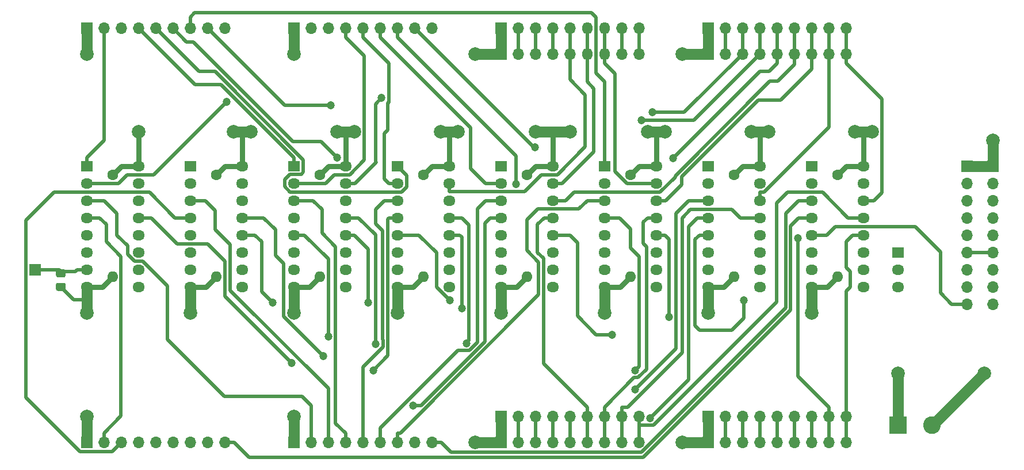
<source format=gbr>
%TF.GenerationSoftware,KiCad,Pcbnew,(5.1.8)-1*%
%TF.CreationDate,2022-11-23T21:50:43+03:00*%
%TF.ProjectId,MUX8x1-v3,4d555838-7831-42d7-9633-2e6b69636164,rev?*%
%TF.SameCoordinates,Original*%
%TF.FileFunction,Copper,L4,Bot*%
%TF.FilePolarity,Positive*%
%FSLAX46Y46*%
G04 Gerber Fmt 4.6, Leading zero omitted, Abs format (unit mm)*
G04 Created by KiCad (PCBNEW (5.1.8)-1) date 2022-11-23 21:50:43*
%MOMM*%
%LPD*%
G01*
G04 APERTURE LIST*
%TA.AperFunction,ComponentPad*%
%ADD10O,1.700000X1.700000*%
%TD*%
%TA.AperFunction,ComponentPad*%
%ADD11R,1.700000X1.700000*%
%TD*%
%TA.AperFunction,ComponentPad*%
%ADD12O,1.500000X1.800000*%
%TD*%
%TA.AperFunction,ComponentPad*%
%ADD13O,1.600000X1.600000*%
%TD*%
%TA.AperFunction,ComponentPad*%
%ADD14C,1.600000*%
%TD*%
%TA.AperFunction,ComponentPad*%
%ADD15O,1.800000X1.500000*%
%TD*%
%TA.AperFunction,ComponentPad*%
%ADD16R,1.800000X1.500000*%
%TD*%
%TA.AperFunction,ComponentPad*%
%ADD17C,2.600000*%
%TD*%
%TA.AperFunction,ComponentPad*%
%ADD18R,2.600000X2.600000*%
%TD*%
%TA.AperFunction,ViaPad*%
%ADD19C,2.000000*%
%TD*%
%TA.AperFunction,ViaPad*%
%ADD20C,1.200000*%
%TD*%
%TA.AperFunction,Conductor*%
%ADD21C,0.500000*%
%TD*%
%TA.AperFunction,Conductor*%
%ADD22C,1.600000*%
%TD*%
%TA.AperFunction,Conductor*%
%ADD23C,0.800000*%
%TD*%
G04 APERTURE END LIST*
D10*
%TO.P,J21,9*%
%TO.N,/O7*%
X171450000Y-78740000D03*
%TO.P,J21,8*%
%TO.N,/O6*%
X171450000Y-76200000D03*
%TO.P,J21,7*%
%TO.N,/O5*%
X171450000Y-73660000D03*
%TO.P,J21,6*%
%TO.N,/O4*%
X171450000Y-71120000D03*
%TO.P,J21,5*%
%TO.N,/O3*%
X171450000Y-68580000D03*
%TO.P,J21,4*%
%TO.N,/O2*%
X171450000Y-66040000D03*
%TO.P,J21,3*%
%TO.N,/O1*%
X171450000Y-63500000D03*
%TO.P,J21,2*%
%TO.N,/O0*%
X171450000Y-60960000D03*
D11*
%TO.P,J21,1*%
%TO.N,GND*%
X171450000Y-58420000D03*
%TD*%
D10*
%TO.P,J19,9*%
%TO.N,/O7*%
X167640000Y-78740000D03*
%TO.P,J19,8*%
%TO.N,/O6*%
X167640000Y-76200000D03*
%TO.P,J19,7*%
%TO.N,/O5*%
X167640000Y-73660000D03*
%TO.P,J19,6*%
%TO.N,/O4*%
X167640000Y-71120000D03*
%TO.P,J19,5*%
%TO.N,/O3*%
X167640000Y-68580000D03*
%TO.P,J19,4*%
%TO.N,/O2*%
X167640000Y-66040000D03*
%TO.P,J19,3*%
%TO.N,/O1*%
X167640000Y-63500000D03*
%TO.P,J19,2*%
%TO.N,/O0*%
X167640000Y-60960000D03*
D11*
%TO.P,J19,1*%
%TO.N,GND*%
X167640000Y-58420000D03*
%TD*%
D10*
%TO.P,J18,9*%
%TO.N,/H7*%
X149860000Y-95250000D03*
%TO.P,J18,8*%
%TO.N,/H6*%
X147320000Y-95250000D03*
%TO.P,J18,7*%
%TO.N,/H5*%
X144780000Y-95250000D03*
%TO.P,J18,6*%
%TO.N,/H4*%
X142240000Y-95250000D03*
%TO.P,J18,5*%
%TO.N,/H3*%
X139700000Y-95250000D03*
%TO.P,J18,4*%
%TO.N,/H2*%
X137160000Y-95250000D03*
%TO.P,J18,3*%
%TO.N,/H1*%
X134620000Y-95250000D03*
%TO.P,J18,2*%
%TO.N,/H0*%
X132080000Y-95250000D03*
D11*
%TO.P,J18,1*%
%TO.N,GND*%
X129540000Y-95250000D03*
%TD*%
D10*
%TO.P,J16,9*%
%TO.N,/H7*%
X149860000Y-99060000D03*
%TO.P,J16,8*%
%TO.N,/H6*%
X147320000Y-99060000D03*
%TO.P,J16,7*%
%TO.N,/H5*%
X144780000Y-99060000D03*
%TO.P,J16,6*%
%TO.N,/H4*%
X142240000Y-99060000D03*
%TO.P,J16,5*%
%TO.N,/H3*%
X139700000Y-99060000D03*
%TO.P,J16,4*%
%TO.N,/H2*%
X137160000Y-99060000D03*
%TO.P,J16,3*%
%TO.N,/H1*%
X134620000Y-99060000D03*
%TO.P,J16,2*%
%TO.N,/H0*%
X132080000Y-99060000D03*
D11*
%TO.P,J16,1*%
%TO.N,GND*%
X129540000Y-99060000D03*
%TD*%
D10*
%TO.P,J15,9*%
%TO.N,/D7*%
X58420000Y-38100000D03*
%TO.P,J15,8*%
%TO.N,/D6*%
X55880000Y-38100000D03*
%TO.P,J15,7*%
%TO.N,/D5*%
X53340000Y-38100000D03*
%TO.P,J15,6*%
%TO.N,/D4*%
X50800000Y-38100000D03*
%TO.P,J15,5*%
%TO.N,/D3*%
X48260000Y-38100000D03*
%TO.P,J15,4*%
%TO.N,/D2*%
X45720000Y-38100000D03*
%TO.P,J15,3*%
%TO.N,/D1*%
X43180000Y-38100000D03*
%TO.P,J15,2*%
%TO.N,/D0*%
X40640000Y-38100000D03*
D11*
%TO.P,J15,1*%
%TO.N,GND*%
X38100000Y-38100000D03*
%TD*%
D10*
%TO.P,J14,9*%
%TO.N,/G7*%
X119380000Y-99060000D03*
%TO.P,J14,8*%
%TO.N,/G6*%
X116840000Y-99060000D03*
%TO.P,J14,7*%
%TO.N,/G5*%
X114300000Y-99060000D03*
%TO.P,J14,6*%
%TO.N,/G4*%
X111760000Y-99060000D03*
%TO.P,J14,5*%
%TO.N,/G3*%
X109220000Y-99060000D03*
%TO.P,J14,4*%
%TO.N,/G2*%
X106680000Y-99060000D03*
%TO.P,J14,3*%
%TO.N,/G1*%
X104140000Y-99060000D03*
%TO.P,J14,2*%
%TO.N,/G0*%
X101600000Y-99060000D03*
D11*
%TO.P,J14,1*%
%TO.N,GND*%
X99060000Y-99060000D03*
%TD*%
D10*
%TO.P,J12,9*%
%TO.N,/G7*%
X119380000Y-95250000D03*
%TO.P,J12,8*%
%TO.N,/G6*%
X116840000Y-95250000D03*
%TO.P,J12,7*%
%TO.N,/G5*%
X114300000Y-95250000D03*
%TO.P,J12,6*%
%TO.N,/G4*%
X111760000Y-95250000D03*
%TO.P,J12,5*%
%TO.N,/G3*%
X109220000Y-95250000D03*
%TO.P,J12,4*%
%TO.N,/G2*%
X106680000Y-95250000D03*
%TO.P,J12,3*%
%TO.N,/G1*%
X104140000Y-95250000D03*
%TO.P,J12,2*%
%TO.N,/G0*%
X101600000Y-95250000D03*
D11*
%TO.P,J12,1*%
%TO.N,GND*%
X99060000Y-95250000D03*
%TD*%
D10*
%TO.P,J11,9*%
%TO.N,/C7*%
X88900000Y-38100000D03*
%TO.P,J11,8*%
%TO.N,/C6*%
X86360000Y-38100000D03*
%TO.P,J11,7*%
%TO.N,/C5*%
X83820000Y-38100000D03*
%TO.P,J11,6*%
%TO.N,/C4*%
X81280000Y-38100000D03*
%TO.P,J11,5*%
%TO.N,/C3*%
X78740000Y-38100000D03*
%TO.P,J11,4*%
%TO.N,/C2*%
X76200000Y-38100000D03*
%TO.P,J11,3*%
%TO.N,/C1*%
X73660000Y-38100000D03*
%TO.P,J11,2*%
%TO.N,/C0*%
X71120000Y-38100000D03*
D11*
%TO.P,J11,1*%
%TO.N,GND*%
X68580000Y-38100000D03*
%TD*%
D10*
%TO.P,J8,9*%
%TO.N,/F7*%
X149860000Y-38140000D03*
%TO.P,J8,8*%
%TO.N,/F6*%
X147320000Y-38140000D03*
%TO.P,J8,7*%
%TO.N,/F5*%
X144780000Y-38140000D03*
%TO.P,J8,6*%
%TO.N,/F4*%
X142240000Y-38140000D03*
%TO.P,J8,5*%
%TO.N,/F3*%
X139700000Y-38140000D03*
%TO.P,J8,4*%
%TO.N,/F2*%
X137160000Y-38140000D03*
%TO.P,J8,3*%
%TO.N,/F1*%
X134620000Y-38140000D03*
%TO.P,J8,2*%
%TO.N,/F0*%
X132080000Y-38140000D03*
D11*
%TO.P,J8,1*%
%TO.N,GND*%
X129540000Y-38140000D03*
%TD*%
D10*
%TO.P,J6,9*%
%TO.N,/F7*%
X149860000Y-41910000D03*
%TO.P,J6,8*%
%TO.N,/F6*%
X147320000Y-41910000D03*
%TO.P,J6,7*%
%TO.N,/F5*%
X144780000Y-41910000D03*
%TO.P,J6,6*%
%TO.N,/F4*%
X142240000Y-41910000D03*
%TO.P,J6,5*%
%TO.N,/F3*%
X139700000Y-41910000D03*
%TO.P,J6,4*%
%TO.N,/F2*%
X137160000Y-41910000D03*
%TO.P,J6,3*%
%TO.N,/F1*%
X134620000Y-41910000D03*
%TO.P,J6,2*%
%TO.N,/F0*%
X132080000Y-41910000D03*
D11*
%TO.P,J6,1*%
%TO.N,GND*%
X129540000Y-41910000D03*
%TD*%
D10*
%TO.P,J5,9*%
%TO.N,/B7*%
X88900000Y-99060000D03*
%TO.P,J5,8*%
%TO.N,/B6*%
X86360000Y-99060000D03*
%TO.P,J5,7*%
%TO.N,/B5*%
X83820000Y-99060000D03*
%TO.P,J5,6*%
%TO.N,/B4*%
X81280000Y-99060000D03*
%TO.P,J5,5*%
%TO.N,/B3*%
X78740000Y-99060000D03*
%TO.P,J5,4*%
%TO.N,/B2*%
X76200000Y-99060000D03*
%TO.P,J5,3*%
%TO.N,/B1*%
X73660000Y-99060000D03*
%TO.P,J5,2*%
%TO.N,/B0*%
X71120000Y-99060000D03*
D11*
%TO.P,J5,1*%
%TO.N,GND*%
X68580000Y-99060000D03*
%TD*%
D10*
%TO.P,J4,9*%
%TO.N,/E7*%
X119380000Y-38100000D03*
%TO.P,J4,8*%
%TO.N,/E6*%
X116840000Y-38100000D03*
D12*
%TO.P,J4,7*%
%TO.N,/E5*%
X114300000Y-38100000D03*
%TO.P,J4,6*%
%TO.N,/E4*%
X111760000Y-38100000D03*
D10*
%TO.P,J4,5*%
%TO.N,/E3*%
X109220000Y-38100000D03*
%TO.P,J4,4*%
%TO.N,/E2*%
X106680000Y-38100000D03*
%TO.P,J4,3*%
%TO.N,/E1*%
X104140000Y-38100000D03*
%TO.P,J4,2*%
%TO.N,/E0*%
X101600000Y-38100000D03*
D11*
%TO.P,J4,1*%
%TO.N,GND*%
X99060000Y-38100000D03*
%TD*%
D10*
%TO.P,J2,9*%
%TO.N,/E7*%
X119380000Y-41910000D03*
%TO.P,J2,8*%
%TO.N,/E6*%
X116840000Y-41910000D03*
D12*
%TO.P,J2,7*%
%TO.N,/E5*%
X114300000Y-41910000D03*
%TO.P,J2,6*%
%TO.N,/E4*%
X111760000Y-41910000D03*
D10*
%TO.P,J2,5*%
%TO.N,/E3*%
X109220000Y-41910000D03*
%TO.P,J2,4*%
%TO.N,/E2*%
X106680000Y-41910000D03*
%TO.P,J2,3*%
%TO.N,/E1*%
X104140000Y-41910000D03*
%TO.P,J2,2*%
%TO.N,/E0*%
X101600000Y-41910000D03*
D11*
%TO.P,J2,1*%
%TO.N,GND*%
X99060000Y-41910000D03*
%TD*%
D10*
%TO.P,J1,9*%
%TO.N,/A7*%
X58420000Y-99060000D03*
%TO.P,J1,8*%
%TO.N,/A6*%
X55880000Y-99060000D03*
%TO.P,J1,7*%
%TO.N,/A5*%
X53340000Y-99060000D03*
%TO.P,J1,6*%
%TO.N,/A4*%
X50800000Y-99060000D03*
%TO.P,J1,5*%
%TO.N,/A3*%
X48260000Y-99060000D03*
%TO.P,J1,4*%
%TO.N,/A2*%
X45720000Y-99060000D03*
%TO.P,J1,3*%
%TO.N,/A1*%
X43180000Y-99060000D03*
%TO.P,J1,2*%
%TO.N,/A0*%
X40640000Y-99060000D03*
D11*
%TO.P,J1,1*%
%TO.N,GND*%
X38100000Y-99060000D03*
%TD*%
D13*
%TO.P,C8,2*%
%TO.N,GND*%
X148590000Y-74690000D03*
D14*
%TO.P,C8,1*%
%TO.N,VCC*%
X148590000Y-59690000D03*
%TD*%
D13*
%TO.P,C7,2*%
%TO.N,GND*%
X133350000Y-74690000D03*
D14*
%TO.P,C7,1*%
%TO.N,VCC*%
X133350000Y-59690000D03*
%TD*%
D13*
%TO.P,C6,2*%
%TO.N,GND*%
X118110000Y-74690000D03*
D14*
%TO.P,C6,1*%
%TO.N,VCC*%
X118110000Y-59690000D03*
%TD*%
D13*
%TO.P,C5,2*%
%TO.N,GND*%
X102870000Y-74690000D03*
D14*
%TO.P,C5,1*%
%TO.N,VCC*%
X102870000Y-59690000D03*
%TD*%
D13*
%TO.P,C4,2*%
%TO.N,GND*%
X87630000Y-74690000D03*
D14*
%TO.P,C4,1*%
%TO.N,VCC*%
X87630000Y-59690000D03*
%TD*%
D13*
%TO.P,C3,2*%
%TO.N,GND*%
X72390000Y-74690000D03*
D14*
%TO.P,C3,1*%
%TO.N,VCC*%
X72390000Y-59690000D03*
%TD*%
D13*
%TO.P,C2,2*%
%TO.N,GND*%
X57150000Y-74690000D03*
D14*
%TO.P,C2,1*%
%TO.N,VCC*%
X57150000Y-59690000D03*
%TD*%
D13*
%TO.P,C1,2*%
%TO.N,GND*%
X41910000Y-74690000D03*
D14*
%TO.P,C1,1*%
%TO.N,VCC*%
X41910000Y-59690000D03*
%TD*%
D15*
%TO.P,U8,16*%
%TO.N,VCC*%
X152400000Y-58420000D03*
%TO.P,U8,8*%
%TO.N,GND*%
X144780000Y-76200000D03*
%TO.P,U8,15*%
%TO.N,/E7*%
X152400000Y-60960000D03*
%TO.P,U8,7*%
%TO.N,/~E*%
X144780000Y-73660000D03*
%TO.P,U8,14*%
%TO.N,/F7*%
X152400000Y-63500000D03*
%TO.P,U8,6*%
%TO.N,Net-(U8-Pad6)*%
X144780000Y-71120000D03*
%TO.P,U8,13*%
%TO.N,/G7*%
X152400000Y-66040000D03*
%TO.P,U8,5*%
%TO.N,/O7*%
X144780000Y-68580000D03*
%TO.P,U8,12*%
%TO.N,/H7*%
X152400000Y-68580000D03*
%TO.P,U8,4*%
%TO.N,/A7*%
X144780000Y-66040000D03*
%TO.P,U8,11*%
%TO.N,/S0*%
X152400000Y-71120000D03*
%TO.P,U8,3*%
%TO.N,/B7*%
X144780000Y-63500000D03*
%TO.P,U8,10*%
%TO.N,/S1*%
X152400000Y-73660000D03*
%TO.P,U8,2*%
%TO.N,/C7*%
X144780000Y-60960000D03*
%TO.P,U8,9*%
%TO.N,/S2*%
X152400000Y-76200000D03*
D16*
%TO.P,U8,1*%
%TO.N,/D7*%
X144780000Y-58420000D03*
%TD*%
D15*
%TO.P,U7,16*%
%TO.N,VCC*%
X137160000Y-58420000D03*
%TO.P,U7,8*%
%TO.N,GND*%
X129540000Y-76200000D03*
%TO.P,U7,15*%
%TO.N,/E6*%
X137160000Y-60960000D03*
%TO.P,U7,7*%
%TO.N,/~E*%
X129540000Y-73660000D03*
%TO.P,U7,14*%
%TO.N,/F6*%
X137160000Y-63500000D03*
%TO.P,U7,6*%
%TO.N,Net-(U7-Pad6)*%
X129540000Y-71120000D03*
%TO.P,U7,13*%
%TO.N,/G6*%
X137160000Y-66040000D03*
%TO.P,U7,5*%
%TO.N,/O6*%
X129540000Y-68580000D03*
%TO.P,U7,12*%
%TO.N,/H6*%
X137160000Y-68580000D03*
%TO.P,U7,4*%
%TO.N,/A6*%
X129540000Y-66040000D03*
%TO.P,U7,11*%
%TO.N,/S0*%
X137160000Y-71120000D03*
%TO.P,U7,3*%
%TO.N,/B6*%
X129540000Y-63500000D03*
%TO.P,U7,10*%
%TO.N,/S1*%
X137160000Y-73660000D03*
%TO.P,U7,2*%
%TO.N,/C6*%
X129540000Y-60960000D03*
%TO.P,U7,9*%
%TO.N,/S2*%
X137160000Y-76200000D03*
D16*
%TO.P,U7,1*%
%TO.N,/D6*%
X129540000Y-58420000D03*
%TD*%
D15*
%TO.P,U6,16*%
%TO.N,VCC*%
X121920000Y-58420000D03*
%TO.P,U6,8*%
%TO.N,GND*%
X114300000Y-76200000D03*
%TO.P,U6,15*%
%TO.N,/E5*%
X121920000Y-60960000D03*
%TO.P,U6,7*%
%TO.N,/~E*%
X114300000Y-73660000D03*
%TO.P,U6,14*%
%TO.N,/F5*%
X121920000Y-63500000D03*
%TO.P,U6,6*%
%TO.N,Net-(U6-Pad6)*%
X114300000Y-71120000D03*
%TO.P,U6,13*%
%TO.N,/G5*%
X121920000Y-66040000D03*
%TO.P,U6,5*%
%TO.N,/O5*%
X114300000Y-68580000D03*
%TO.P,U6,12*%
%TO.N,/H5*%
X121920000Y-68580000D03*
%TO.P,U6,4*%
%TO.N,/A5*%
X114300000Y-66040000D03*
%TO.P,U6,11*%
%TO.N,/S0*%
X121920000Y-71120000D03*
%TO.P,U6,3*%
%TO.N,/B5*%
X114300000Y-63500000D03*
%TO.P,U6,10*%
%TO.N,/S1*%
X121920000Y-73660000D03*
%TO.P,U6,2*%
%TO.N,/C5*%
X114300000Y-60960000D03*
%TO.P,U6,9*%
%TO.N,/S2*%
X121920000Y-76200000D03*
D16*
%TO.P,U6,1*%
%TO.N,/D5*%
X114300000Y-58420000D03*
%TD*%
D15*
%TO.P,U5,16*%
%TO.N,VCC*%
X106680000Y-58420000D03*
%TO.P,U5,8*%
%TO.N,GND*%
X99060000Y-76200000D03*
%TO.P,U5,15*%
%TO.N,/E4*%
X106680000Y-60960000D03*
%TO.P,U5,7*%
%TO.N,/~E*%
X99060000Y-73660000D03*
%TO.P,U5,14*%
%TO.N,/F4*%
X106680000Y-63500000D03*
%TO.P,U5,6*%
%TO.N,Net-(U5-Pad6)*%
X99060000Y-71120000D03*
%TO.P,U5,13*%
%TO.N,/G4*%
X106680000Y-66040000D03*
%TO.P,U5,5*%
%TO.N,/O4*%
X99060000Y-68580000D03*
%TO.P,U5,12*%
%TO.N,/H4*%
X106680000Y-68580000D03*
%TO.P,U5,4*%
%TO.N,/A4*%
X99060000Y-66040000D03*
%TO.P,U5,11*%
%TO.N,/S0*%
X106680000Y-71120000D03*
%TO.P,U5,3*%
%TO.N,/B4*%
X99060000Y-63500000D03*
%TO.P,U5,10*%
%TO.N,/S1*%
X106680000Y-73660000D03*
%TO.P,U5,2*%
%TO.N,/C4*%
X99060000Y-60960000D03*
%TO.P,U5,9*%
%TO.N,/S2*%
X106680000Y-76200000D03*
D16*
%TO.P,U5,1*%
%TO.N,/D4*%
X99060000Y-58420000D03*
%TD*%
D15*
%TO.P,U4,16*%
%TO.N,VCC*%
X91440000Y-58420000D03*
%TO.P,U4,8*%
%TO.N,GND*%
X83820000Y-76200000D03*
%TO.P,U4,15*%
%TO.N,/E3*%
X91440000Y-60960000D03*
%TO.P,U4,7*%
%TO.N,/~E*%
X83820000Y-73660000D03*
%TO.P,U4,14*%
%TO.N,/F3*%
X91440000Y-63500000D03*
%TO.P,U4,6*%
%TO.N,Net-(U4-Pad6)*%
X83820000Y-71120000D03*
%TO.P,U4,13*%
%TO.N,/G3*%
X91440000Y-66040000D03*
%TO.P,U4,5*%
%TO.N,/O3*%
X83820000Y-68580000D03*
%TO.P,U4,12*%
%TO.N,/H3*%
X91440000Y-68580000D03*
%TO.P,U4,4*%
%TO.N,/A3*%
X83820000Y-66040000D03*
%TO.P,U4,11*%
%TO.N,/S0*%
X91440000Y-71120000D03*
%TO.P,U4,3*%
%TO.N,/B3*%
X83820000Y-63500000D03*
%TO.P,U4,10*%
%TO.N,/S1*%
X91440000Y-73660000D03*
%TO.P,U4,2*%
%TO.N,/C3*%
X83820000Y-60960000D03*
%TO.P,U4,9*%
%TO.N,/S2*%
X91440000Y-76200000D03*
D16*
%TO.P,U4,1*%
%TO.N,/D3*%
X83820000Y-58420000D03*
%TD*%
D15*
%TO.P,U3,16*%
%TO.N,VCC*%
X76200000Y-58420000D03*
%TO.P,U3,8*%
%TO.N,GND*%
X68580000Y-76200000D03*
%TO.P,U3,15*%
%TO.N,/E2*%
X76200000Y-60960000D03*
%TO.P,U3,7*%
%TO.N,/~E*%
X68580000Y-73660000D03*
%TO.P,U3,14*%
%TO.N,/F2*%
X76200000Y-63500000D03*
%TO.P,U3,6*%
%TO.N,Net-(U3-Pad6)*%
X68580000Y-71120000D03*
%TO.P,U3,13*%
%TO.N,/G2*%
X76200000Y-66040000D03*
%TO.P,U3,5*%
%TO.N,/O2*%
X68580000Y-68580000D03*
%TO.P,U3,12*%
%TO.N,/H2*%
X76200000Y-68580000D03*
%TO.P,U3,4*%
%TO.N,/A2*%
X68580000Y-66040000D03*
%TO.P,U3,11*%
%TO.N,/S0*%
X76200000Y-71120000D03*
%TO.P,U3,3*%
%TO.N,/B2*%
X68580000Y-63500000D03*
%TO.P,U3,10*%
%TO.N,/S1*%
X76200000Y-73660000D03*
%TO.P,U3,2*%
%TO.N,/C2*%
X68580000Y-60960000D03*
%TO.P,U3,9*%
%TO.N,/S2*%
X76200000Y-76200000D03*
D16*
%TO.P,U3,1*%
%TO.N,/D2*%
X68580000Y-58420000D03*
%TD*%
D15*
%TO.P,U2,16*%
%TO.N,VCC*%
X60960000Y-58420000D03*
%TO.P,U2,8*%
%TO.N,GND*%
X53340000Y-76200000D03*
%TO.P,U2,15*%
%TO.N,/E1*%
X60960000Y-60960000D03*
%TO.P,U2,7*%
%TO.N,/~E*%
X53340000Y-73660000D03*
%TO.P,U2,14*%
%TO.N,/F1*%
X60960000Y-63500000D03*
%TO.P,U2,6*%
%TO.N,Net-(U2-Pad6)*%
X53340000Y-71120000D03*
%TO.P,U2,13*%
%TO.N,/G1*%
X60960000Y-66040000D03*
%TO.P,U2,5*%
%TO.N,/O1*%
X53340000Y-68580000D03*
%TO.P,U2,12*%
%TO.N,/H1*%
X60960000Y-68580000D03*
%TO.P,U2,4*%
%TO.N,/A1*%
X53340000Y-66040000D03*
%TO.P,U2,11*%
%TO.N,/S0*%
X60960000Y-71120000D03*
%TO.P,U2,3*%
%TO.N,/B1*%
X53340000Y-63500000D03*
%TO.P,U2,10*%
%TO.N,/S1*%
X60960000Y-73660000D03*
%TO.P,U2,2*%
%TO.N,/C1*%
X53340000Y-60960000D03*
%TO.P,U2,9*%
%TO.N,/S2*%
X60960000Y-76200000D03*
D16*
%TO.P,U2,1*%
%TO.N,/D1*%
X53340000Y-58420000D03*
%TD*%
D15*
%TO.P,U1,16*%
%TO.N,VCC*%
X45720000Y-58420000D03*
%TO.P,U1,8*%
%TO.N,GND*%
X38100000Y-76200000D03*
%TO.P,U1,15*%
%TO.N,/E0*%
X45720000Y-60960000D03*
%TO.P,U1,7*%
%TO.N,/~E*%
X38100000Y-73660000D03*
%TO.P,U1,14*%
%TO.N,/F0*%
X45720000Y-63500000D03*
%TO.P,U1,6*%
%TO.N,Net-(U1-Pad6)*%
X38100000Y-71120000D03*
%TO.P,U1,13*%
%TO.N,/G0*%
X45720000Y-66040000D03*
%TO.P,U1,5*%
%TO.N,/O0*%
X38100000Y-68580000D03*
%TO.P,U1,12*%
%TO.N,/H0*%
X45720000Y-68580000D03*
%TO.P,U1,4*%
%TO.N,/A0*%
X38100000Y-66040000D03*
%TO.P,U1,11*%
%TO.N,/S0*%
X45720000Y-71120000D03*
%TO.P,U1,3*%
%TO.N,/B0*%
X38100000Y-63500000D03*
%TO.P,U1,10*%
%TO.N,/S1*%
X45720000Y-73660000D03*
%TO.P,U1,2*%
%TO.N,/C0*%
X38100000Y-60960000D03*
%TO.P,U1,9*%
%TO.N,/S2*%
X45720000Y-76200000D03*
D16*
%TO.P,U1,1*%
%TO.N,/D0*%
X38100000Y-58420000D03*
%TD*%
%TO.P,R1,2*%
%TO.N,GND*%
%TA.AperFunction,SMDPad,CuDef*%
G36*
G01*
X33839999Y-75600000D02*
X34740001Y-75600000D01*
G75*
G02*
X34990000Y-75849999I0J-249999D01*
G01*
X34990000Y-76550001D01*
G75*
G02*
X34740001Y-76800000I-249999J0D01*
G01*
X33839999Y-76800000D01*
G75*
G02*
X33590000Y-76550001I0J249999D01*
G01*
X33590000Y-75849999D01*
G75*
G02*
X33839999Y-75600000I249999J0D01*
G01*
G37*
%TD.AperFunction*%
%TO.P,R1,1*%
%TO.N,/~E*%
%TA.AperFunction,SMDPad,CuDef*%
G36*
G01*
X33839999Y-73600000D02*
X34740001Y-73600000D01*
G75*
G02*
X34990000Y-73849999I0J-249999D01*
G01*
X34990000Y-74550001D01*
G75*
G02*
X34740001Y-74800000I-249999J0D01*
G01*
X33839999Y-74800000D01*
G75*
G02*
X33590000Y-74550001I0J249999D01*
G01*
X33590000Y-73849999D01*
G75*
G02*
X33839999Y-73600000I249999J0D01*
G01*
G37*
%TD.AperFunction*%
%TD*%
D11*
%TO.P,J20,1*%
%TO.N,/~E*%
X30480000Y-73660000D03*
%TD*%
D15*
%TO.P,J10,3*%
%TO.N,/S2*%
X157480000Y-76200000D03*
%TO.P,J10,2*%
%TO.N,/S1*%
X157480000Y-73660000D03*
D16*
%TO.P,J10,1*%
%TO.N,/S0*%
X157480000Y-71120000D03*
%TD*%
D17*
%TO.P,J9,2*%
%TO.N,GND*%
X162480000Y-96520000D03*
D18*
%TO.P,J9,1*%
%TO.N,VCC*%
X157480000Y-96520000D03*
%TD*%
D19*
%TO.N,GND*%
X171450000Y-54610000D03*
X144780000Y-80010000D03*
X129540000Y-80010000D03*
X114300000Y-80010000D03*
X99060000Y-80010000D03*
X83820000Y-80010000D03*
X68580000Y-80010000D03*
X53340000Y-80010000D03*
X38100000Y-80010000D03*
X38100000Y-95250000D03*
X68580000Y-95250000D03*
X95250000Y-99060000D03*
X125730000Y-99060000D03*
X125730000Y-41910000D03*
X95250000Y-41910000D03*
X68580000Y-41910000D03*
X38100000Y-41910000D03*
X170180000Y-88900000D03*
%TO.N,VCC*%
X157480000Y-88900000D03*
X151130000Y-53340000D03*
X138430000Y-53340000D03*
X123190000Y-53340000D03*
X109220000Y-53340000D03*
X92710000Y-53340000D03*
X77470000Y-53340000D03*
X59690000Y-53340000D03*
X45720000Y-53340000D03*
X153670000Y-53340000D03*
X135890000Y-53340000D03*
X120650000Y-53340000D03*
X104140000Y-53340000D03*
X90170000Y-53340000D03*
X74930000Y-53340000D03*
X62230000Y-53340000D03*
D20*
%TO.N,/A6*%
X121047400Y-95492800D03*
%TO.N,/A5*%
X118812900Y-88501900D03*
%TO.N,/A4*%
X86160600Y-93622200D03*
%TO.N,/A3*%
X80277400Y-88482200D03*
%TO.N,/E2*%
X81507700Y-48395900D03*
%TO.N,/B6*%
X118813500Y-91283200D03*
%TO.N,/F3*%
X124390300Y-57219700D03*
%TO.N,/F2*%
X119702800Y-51652700D03*
%TO.N,/F1*%
X121368200Y-50515400D03*
%TO.N,/C6*%
X104111300Y-55672600D03*
%TO.N,/C5*%
X101288200Y-61040800D03*
%TO.N,/C0*%
X58707800Y-48938500D03*
%TO.N,/G3*%
X93975900Y-84526300D03*
%TO.N,/G2*%
X80588500Y-84595800D03*
%TO.N,/G1*%
X72886000Y-86381400D03*
%TO.N,/G0*%
X68229700Y-87431800D03*
%TO.N,/D6*%
X74023800Y-49446300D03*
%TO.N,/D4*%
X74976200Y-57170000D03*
%TO.N,/H6*%
X142756400Y-68993800D03*
%TO.N,/H5*%
X123777100Y-80592000D03*
%TO.N,/H4*%
X115436200Y-83238000D03*
%TO.N,/H3*%
X93293600Y-79361700D03*
%TO.N,/H2*%
X79502200Y-78515100D03*
%TO.N,/H1*%
X65446900Y-78506000D03*
%TO.N,/O6*%
X134829700Y-78150300D03*
%TO.N,/O3*%
X91542700Y-78150400D03*
%TO.N,/O2*%
X73692200Y-83476000D03*
%TD*%
D21*
%TO.N,GND*%
X38100000Y-78105000D02*
X36195000Y-78105000D01*
X36195000Y-78105000D02*
X34290000Y-76200000D01*
D22*
X38100000Y-78105000D02*
X38100000Y-80010000D01*
X38100000Y-76200000D02*
X38100000Y-78105000D01*
X162560000Y-96520000D02*
X170180000Y-88900000D01*
X167640000Y-58420000D02*
X171450000Y-58420000D01*
X171450000Y-54610000D02*
X171450000Y-58420000D01*
X53340000Y-76200000D02*
X53340000Y-80010000D01*
X68580000Y-76200000D02*
X68580000Y-80010000D01*
X83820000Y-76200000D02*
X83820000Y-80010000D01*
X99060000Y-76200000D02*
X99060000Y-80010000D01*
X114300000Y-76200000D02*
X114300000Y-80010000D01*
X129540000Y-76200000D02*
X129540000Y-80010000D01*
X144780000Y-76200000D02*
X144780000Y-80010000D01*
X38100000Y-95250000D02*
X38100000Y-99060000D01*
X68580000Y-95250000D02*
X68580000Y-99060000D01*
X95250000Y-99060000D02*
X99060000Y-99060000D01*
X99060000Y-95250000D02*
X99060000Y-99060000D01*
X125730000Y-99060000D02*
X129540000Y-99060000D01*
X129540000Y-95250000D02*
X129540000Y-99060000D01*
X125730000Y-41910000D02*
X129540000Y-41910000D01*
X129540000Y-38140000D02*
X129540000Y-41910000D01*
X99060000Y-38100000D02*
X99060000Y-41910000D01*
X95250000Y-41910000D02*
X99060000Y-41910000D01*
X68580000Y-38100000D02*
X68580000Y-41910000D01*
X38100000Y-38100000D02*
X38100000Y-41910000D01*
D23*
X144780000Y-76200000D02*
X147080000Y-76200000D01*
X147080000Y-76200000D02*
X148590000Y-74690000D01*
X129540000Y-76200000D02*
X131840000Y-76200000D01*
X131840000Y-76200000D02*
X133350000Y-74690000D01*
X114300000Y-76200000D02*
X116600000Y-76200000D01*
X116600000Y-76200000D02*
X118110000Y-74690000D01*
X99060000Y-76200000D02*
X101360000Y-76200000D01*
X101360000Y-76200000D02*
X102870000Y-74690000D01*
X83820000Y-76200000D02*
X86120000Y-76200000D01*
X86120000Y-76200000D02*
X87630000Y-74690000D01*
X68580000Y-76200000D02*
X70880000Y-76200000D01*
X70880000Y-76200000D02*
X72390000Y-74690000D01*
X53340000Y-76200000D02*
X55640000Y-76200000D01*
X55640000Y-76200000D02*
X57150000Y-74690000D01*
X38100000Y-76200000D02*
X40400000Y-76200000D01*
X40400000Y-76200000D02*
X41910000Y-74690000D01*
D22*
%TO.N,VCC*%
X60960000Y-53340000D02*
X62230000Y-53340000D01*
X59690000Y-53340000D02*
X60960000Y-53340000D01*
X76200000Y-53340000D02*
X77470000Y-53340000D01*
X74930000Y-53340000D02*
X76200000Y-53340000D01*
X91440000Y-53340000D02*
X92710000Y-53340000D01*
X90170000Y-53340000D02*
X91440000Y-53340000D01*
X106680000Y-53340000D02*
X109220000Y-53340000D01*
X104140000Y-53340000D02*
X106680000Y-53340000D01*
X121920000Y-53340000D02*
X123190000Y-53340000D01*
X120650000Y-53340000D02*
X121920000Y-53340000D01*
X137160000Y-53340000D02*
X138430000Y-53340000D01*
X135890000Y-53340000D02*
X137160000Y-53340000D01*
X152400000Y-53340000D02*
X153670000Y-53340000D01*
X151130000Y-53340000D02*
X152400000Y-53340000D01*
X157480000Y-88900000D02*
X157480000Y-96520000D01*
D23*
X60960000Y-53340000D02*
X60960000Y-58420000D01*
X45720000Y-53340000D02*
X45720000Y-58420000D01*
X152400000Y-58420000D02*
X149860000Y-58420000D01*
X149860000Y-58420000D02*
X148590000Y-59690000D01*
X137160000Y-58420000D02*
X134620000Y-58420000D01*
X134620000Y-58420000D02*
X133350000Y-59690000D01*
X121920000Y-58420000D02*
X119380000Y-58420000D01*
X119380000Y-58420000D02*
X118110000Y-59690000D01*
X106680000Y-58420000D02*
X104140000Y-58420000D01*
X104140000Y-58420000D02*
X102870000Y-59690000D01*
X91440000Y-58420000D02*
X88900000Y-58420000D01*
X88900000Y-58420000D02*
X87630000Y-59690000D01*
X76200000Y-58420000D02*
X73660000Y-58420000D01*
X73660000Y-58420000D02*
X72390000Y-59690000D01*
X60960000Y-58420000D02*
X58420000Y-58420000D01*
X58420000Y-58420000D02*
X57150000Y-59690000D01*
X45720000Y-58420000D02*
X43180000Y-58420000D01*
X43180000Y-58420000D02*
X41910000Y-59690000D01*
X152400000Y-53340000D02*
X152400000Y-58420000D01*
X137160000Y-53340000D02*
X137160000Y-58420000D01*
X121920000Y-53340000D02*
X121920000Y-58420000D01*
X106680000Y-53340000D02*
X106680000Y-58420000D01*
X91440000Y-53340000D02*
X91440000Y-58420000D01*
X76200000Y-53340000D02*
X76200000Y-58420000D01*
D21*
%TO.N,/A7*%
X59770000Y-99060000D02*
X58420000Y-99060000D01*
X141679200Y-79608300D02*
X120038000Y-101249500D01*
X141679200Y-67235800D02*
X141679200Y-79608300D01*
X61959500Y-101249500D02*
X59770000Y-99060000D01*
X120038000Y-101249500D02*
X61959500Y-101249500D01*
X142875000Y-66040000D02*
X141679200Y-67235800D01*
X144780000Y-66040000D02*
X142875000Y-66040000D01*
%TO.N,/A6*%
X126682500Y-89852500D02*
X126685100Y-89855100D01*
X126682500Y-67310000D02*
X126682500Y-89852500D01*
X127952500Y-66040000D02*
X126682500Y-67310000D01*
X126685100Y-89855100D02*
X121047400Y-95492800D01*
X129540000Y-66040000D02*
X127952500Y-66040000D01*
%TO.N,/A5*%
X119407400Y-71772400D02*
X119407400Y-87907400D01*
X119407400Y-87907400D02*
X118812900Y-88501900D01*
X114300000Y-66040000D02*
X116522500Y-66040000D01*
X118115000Y-67632500D02*
X118115000Y-70480000D01*
X116522500Y-66040000D02*
X118115000Y-67632500D01*
X118115000Y-70480000D02*
X119407400Y-71772400D01*
%TO.N,/A4*%
X87356000Y-93622200D02*
X86160600Y-93622200D01*
X96729800Y-84248400D02*
X87356000Y-93622200D01*
X96729800Y-66782700D02*
X96729800Y-84248400D01*
X97472500Y-66040000D02*
X96729800Y-66782700D01*
X99060000Y-66040000D02*
X97472500Y-66040000D01*
%TO.N,/A3*%
X82421200Y-86338400D02*
X80277400Y-88482200D01*
X82421200Y-83729900D02*
X82421200Y-86338400D01*
X82369700Y-83678400D02*
X82421200Y-83729900D01*
X82369700Y-66220300D02*
X82369700Y-83678400D01*
X82550000Y-66040000D02*
X82369700Y-66220300D01*
X83820000Y-66040000D02*
X82550000Y-66040000D01*
%TO.N,/A1*%
X29179600Y-92503400D02*
X37089200Y-100413000D01*
X33278000Y-62289500D02*
X29179600Y-66387900D01*
X29179600Y-66387900D02*
X29179600Y-92503400D01*
X47367000Y-62289500D02*
X33278000Y-62289500D01*
X41827000Y-100413000D02*
X43180000Y-99060000D01*
X37089200Y-100413000D02*
X41827000Y-100413000D01*
X51117500Y-66040000D02*
X47367000Y-62289500D01*
X53340000Y-66040000D02*
X51117500Y-66040000D01*
%TO.N,/A0*%
X40640000Y-99060000D02*
X40640000Y-97710000D01*
X43160400Y-71725400D02*
X43160400Y-95189600D01*
X43160400Y-95189600D02*
X40640000Y-97710000D01*
X38100000Y-66040000D02*
X40005000Y-66040000D01*
X40962500Y-66997500D02*
X40962500Y-69527500D01*
X40005000Y-66040000D02*
X40962500Y-66997500D01*
X40962500Y-69527500D02*
X43160400Y-71725400D01*
%TO.N,/E7*%
X119380000Y-41910000D02*
X119380000Y-38100000D01*
%TO.N,/E6*%
X116840000Y-41910000D02*
X116840000Y-38100000D01*
%TO.N,/E5*%
X114300000Y-43260000D02*
X115837500Y-44797500D01*
X115837500Y-44797500D02*
X115837500Y-59188700D01*
X115837500Y-59188700D02*
X117608800Y-60960000D01*
X117608800Y-60960000D02*
X121920000Y-60960000D01*
X114300000Y-41910000D02*
X114300000Y-43260000D01*
X114300000Y-41910000D02*
X114300000Y-38100000D01*
%TO.N,/E4*%
X111760000Y-41910000D02*
X111760000Y-38100000D01*
X112712500Y-56327500D02*
X108080000Y-60960000D01*
X112712500Y-46990000D02*
X112712500Y-56327500D01*
X111760000Y-46037500D02*
X112712500Y-46990000D01*
X108080000Y-60960000D02*
X106680000Y-60960000D01*
X111760000Y-41910000D02*
X111760000Y-46037500D01*
%TO.N,/E3*%
X109220000Y-41910000D02*
X109220000Y-38100000D01*
X91440000Y-62210000D02*
X91440000Y-60960000D01*
X105037600Y-59690000D02*
X102517600Y-62210000D01*
X107349300Y-59690000D02*
X105037600Y-59690000D01*
X111452800Y-55586500D02*
X107349300Y-59690000D01*
X111452800Y-47932200D02*
X111452800Y-55586500D01*
X102517600Y-62210000D02*
X91440000Y-62210000D01*
X109220000Y-45699400D02*
X111452800Y-47932200D01*
X109220000Y-41910000D02*
X109220000Y-45699400D01*
%TO.N,/E2*%
X76200000Y-60960000D02*
X77600000Y-60960000D01*
X106680000Y-38100000D02*
X106680000Y-41910000D01*
X81507700Y-48395900D02*
X80645000Y-49258600D01*
X80645000Y-57785000D02*
X80710000Y-57850000D01*
X80645000Y-49258600D02*
X80645000Y-57785000D01*
X77600000Y-60960000D02*
X80710000Y-57850000D01*
%TO.N,/E1*%
X104140000Y-41910000D02*
X104140000Y-38100000D01*
%TO.N,/E0*%
X101600000Y-41910000D02*
X101600000Y-38100000D01*
%TO.N,/B7*%
X90250000Y-99060000D02*
X88900000Y-99060000D01*
X119743800Y-100535300D02*
X91725300Y-100535300D01*
X140978800Y-79300300D02*
X119743800Y-100535300D01*
X91725300Y-100535300D02*
X90250000Y-99060000D01*
X140978800Y-65396200D02*
X140978800Y-79300300D01*
X142875000Y-63500000D02*
X140978800Y-65396200D01*
X144780000Y-63500000D02*
X142875000Y-63500000D01*
%TO.N,/B6*%
X124827400Y-85269300D02*
X118813500Y-91283200D01*
X124827400Y-65355100D02*
X124827400Y-85269300D01*
X126682500Y-63500000D02*
X124827400Y-65355100D01*
X129540000Y-63500000D02*
X126682500Y-63500000D01*
%TO.N,/B5*%
X104616900Y-77351800D02*
X84258700Y-97710000D01*
X102870000Y-70801200D02*
X104616900Y-72548100D01*
X102870000Y-66357500D02*
X102870000Y-70801200D01*
X83820000Y-97710000D02*
X83820000Y-99060000D01*
X84258700Y-97710000D02*
X83820000Y-97710000D01*
X104477500Y-64750000D02*
X102870000Y-66357500D01*
X104616900Y-72548100D02*
X104616900Y-77351800D01*
X111760000Y-63500000D02*
X110510000Y-64750000D01*
X114300000Y-63500000D02*
X111760000Y-63500000D01*
X110510000Y-64750000D02*
X104477500Y-64750000D01*
%TO.N,/B4*%
X81280000Y-97002700D02*
X81280000Y-97710000D01*
X94411100Y-85576600D02*
X92706100Y-85576600D01*
X95619200Y-84368500D02*
X94411100Y-85576600D01*
X95619200Y-64718300D02*
X95619200Y-84368500D01*
X81280000Y-97710000D02*
X81280000Y-99060000D01*
X92706100Y-85576600D02*
X81280000Y-97002700D01*
X96837500Y-63500000D02*
X95619200Y-64718300D01*
X99060000Y-63500000D02*
X96837500Y-63500000D01*
%TO.N,/B3*%
X81701700Y-85012900D02*
X78740000Y-87974600D01*
X81701700Y-84000900D02*
X81701700Y-85012900D01*
X81631000Y-83930200D02*
X81701700Y-84000900D01*
X81631000Y-67911500D02*
X81631000Y-83930200D01*
X80645000Y-64770000D02*
X80645000Y-66925500D01*
X78740000Y-87974600D02*
X78740000Y-97710000D01*
X80645000Y-66925500D02*
X81631000Y-67911500D01*
X81915000Y-63500000D02*
X80645000Y-64770000D01*
X78740000Y-97710000D02*
X78740000Y-99060000D01*
X83820000Y-63500000D02*
X81915000Y-63500000D01*
%TO.N,/B2*%
X76200000Y-99060000D02*
X76200000Y-97710000D01*
X74742600Y-70287600D02*
X74742600Y-96252600D01*
X74742600Y-96252600D02*
X76200000Y-97710000D01*
X68580000Y-63500000D02*
X71437500Y-63500000D01*
X72712500Y-64775000D02*
X72712500Y-68257500D01*
X71437500Y-63500000D02*
X72712500Y-64775000D01*
X72712500Y-68257500D02*
X74742600Y-70287600D01*
%TO.N,/B1*%
X73660000Y-99060000D02*
X73660000Y-91150600D01*
X73660000Y-91150600D02*
X59203000Y-76693600D01*
X59203000Y-76693600D02*
X59203000Y-69988000D01*
X53340000Y-63500000D02*
X55562500Y-63500000D01*
X56996250Y-64933750D02*
X56996250Y-67781250D01*
X55562500Y-63500000D02*
X56996250Y-64933750D01*
X59203000Y-69988000D02*
X56996250Y-67781250D01*
%TO.N,/B0*%
X38100000Y-63500000D02*
X40640000Y-63500000D01*
X69758800Y-92301300D02*
X71120000Y-93662500D01*
X71120000Y-95701600D02*
X71120000Y-99060000D01*
X42550000Y-65410000D02*
X42550000Y-68575000D01*
X42550000Y-68575000D02*
X44134600Y-70159600D01*
X44134600Y-70159600D02*
X44134600Y-71392600D01*
X44134600Y-71392600D02*
X45132000Y-72390000D01*
X49967700Y-76046800D02*
X49967700Y-83940200D01*
X45132000Y-72390000D02*
X46310900Y-72390000D01*
X40640000Y-63500000D02*
X42550000Y-65410000D01*
X46310900Y-72390000D02*
X49967700Y-76046800D01*
X49967700Y-83940200D02*
X58328800Y-92301300D01*
X58328800Y-92301300D02*
X69758800Y-92301300D01*
X71120000Y-93662500D02*
X71120000Y-95701600D01*
%TO.N,/F7*%
X149860000Y-41910000D02*
X149860000Y-38140000D01*
X149860000Y-43260000D02*
X149860000Y-41910000D01*
X155127200Y-48527200D02*
X149860000Y-43260000D01*
X155127200Y-62360300D02*
X155127200Y-48527200D01*
X153987500Y-63500000D02*
X155127200Y-62360300D01*
X152400000Y-63500000D02*
X153987500Y-63500000D01*
%TO.N,/F6*%
X147320000Y-41910000D02*
X147320000Y-38140000D01*
X137160000Y-62250000D02*
X137785000Y-62250000D01*
X137785000Y-62250000D02*
X147320000Y-52715000D01*
X147320000Y-52715000D02*
X147320000Y-41910000D01*
X137160000Y-63500000D02*
X137160000Y-62250000D01*
%TO.N,/F5*%
X144780000Y-41910000D02*
X144780000Y-38140000D01*
X123320000Y-63500000D02*
X125648100Y-61171900D01*
X125648100Y-61171900D02*
X125648100Y-59999300D01*
X121920000Y-63500000D02*
X123320000Y-63500000D01*
X136956200Y-48691200D02*
X140221300Y-48691200D01*
X125648100Y-59999300D02*
X136956200Y-48691200D01*
X144780000Y-44132500D02*
X144780000Y-41910000D01*
X140221300Y-48691200D02*
X144780000Y-44132500D01*
%TO.N,/F4*%
X142240000Y-38140000D02*
X142240000Y-41910000D01*
X124700500Y-59908200D02*
X124700500Y-60028800D01*
X138659350Y-45949350D02*
X124700500Y-59908200D01*
X139788150Y-45949350D02*
X138659350Y-45949350D01*
X142240000Y-43497500D02*
X139788150Y-45949350D01*
X124700500Y-60028800D02*
X122479300Y-62250000D01*
X142240000Y-41910000D02*
X142240000Y-43497500D01*
X108585000Y-63500000D02*
X109835000Y-62250000D01*
X106680000Y-63500000D02*
X108585000Y-63500000D01*
X122479300Y-62250000D02*
X109835000Y-62250000D01*
%TO.N,/F3*%
X139700000Y-41910000D02*
X139700000Y-43260000D01*
X139700000Y-38140000D02*
X139700000Y-41910000D01*
X139700000Y-43260000D02*
X138510000Y-44450000D01*
X138510000Y-44450000D02*
X137160000Y-44450000D01*
X137160000Y-44450000D02*
X124390300Y-57219700D01*
%TO.N,/F2*%
X119702800Y-51652700D02*
X127417300Y-51652700D01*
X127417300Y-51652700D02*
X137160000Y-41910000D01*
X137160000Y-38140000D02*
X137160000Y-41910000D01*
%TO.N,/F1*%
X134620000Y-41910000D02*
X126014600Y-50515400D01*
X126014600Y-50515400D02*
X121368200Y-50515400D01*
X134620000Y-41910000D02*
X134620000Y-38140000D01*
%TO.N,/F0*%
X132080000Y-38140000D02*
X132080000Y-41910000D01*
%TO.N,/C6*%
X104111300Y-55672600D02*
X103932600Y-55672600D01*
X103932600Y-55672600D02*
X86360000Y-38100000D01*
%TO.N,/C5*%
X83820000Y-38100000D02*
X83820000Y-39450000D01*
X101288200Y-61040800D02*
X101288200Y-56918200D01*
X101288200Y-56918200D02*
X83820000Y-39450000D01*
%TO.N,/C4*%
X81280000Y-39450000D02*
X81280000Y-38100000D01*
X94640300Y-58762800D02*
X94640300Y-52810300D01*
X96837500Y-60960000D02*
X94640300Y-58762800D01*
X94640300Y-52810300D02*
X81280000Y-39450000D01*
X99060000Y-60960000D02*
X96837500Y-60960000D01*
%TO.N,/C3*%
X82581600Y-43291600D02*
X78740000Y-39450000D01*
X82581600Y-49017600D02*
X82581600Y-43291600D01*
X82427600Y-53144900D02*
X82427600Y-49171600D01*
X81915000Y-53657500D02*
X82427600Y-53144900D01*
X82427600Y-49171600D02*
X82581600Y-49017600D01*
X81915000Y-60325000D02*
X81915000Y-53657500D01*
X78740000Y-39450000D02*
X78740000Y-38100000D01*
X82550000Y-60960000D02*
X81915000Y-60325000D01*
X83820000Y-60960000D02*
X82550000Y-60960000D01*
%TO.N,/C2*%
X76200000Y-38100000D02*
X76200000Y-39450000D01*
X68580000Y-60960000D02*
X73287600Y-60960000D01*
X73287600Y-60960000D02*
X74557600Y-59690000D01*
X74557600Y-59690000D02*
X76779300Y-59690000D01*
X76779300Y-59690000D02*
X78931100Y-57538200D01*
X78931100Y-57538200D02*
X78931100Y-42181100D01*
X78931100Y-42181100D02*
X76200000Y-39450000D01*
%TO.N,/C0*%
X38100000Y-60960000D02*
X42807600Y-60960000D01*
X42807600Y-60960000D02*
X44052100Y-59715500D01*
X44052100Y-59715500D02*
X47930800Y-59715500D01*
X47930800Y-59715500D02*
X58707800Y-48938500D01*
%TO.N,/G7*%
X119380000Y-96549100D02*
X119380000Y-99060000D01*
X119380000Y-96396400D02*
X119380000Y-96549100D01*
X119380000Y-95250000D02*
X119380000Y-96396400D01*
X139642100Y-78392700D02*
X121485700Y-96549100D01*
X139642100Y-63875400D02*
X139642100Y-78392700D01*
X121485700Y-96549100D02*
X119380000Y-96549100D01*
X141232300Y-62285200D02*
X139642100Y-63875400D01*
X152400000Y-66040000D02*
X150177500Y-66040000D01*
X150177500Y-66040000D02*
X146422700Y-62285200D01*
X146422700Y-62285200D02*
X141232300Y-62285200D01*
%TO.N,/G6*%
X116840000Y-95250000D02*
X116840000Y-99060000D01*
X117695900Y-93900000D02*
X116840000Y-93900000D01*
X125730000Y-85865900D02*
X117695900Y-93900000D01*
X125730000Y-66040000D02*
X125730000Y-85865900D01*
X126980000Y-64790000D02*
X125730000Y-66040000D01*
X133052500Y-64790000D02*
X126980000Y-64790000D01*
X134302500Y-66040000D02*
X133052500Y-64790000D01*
X116840000Y-93900000D02*
X116840000Y-95250000D01*
X137160000Y-66040000D02*
X134302500Y-66040000D01*
%TO.N,/G5*%
X120512900Y-88291700D02*
X119252400Y-89552200D01*
X119252400Y-89552200D02*
X118647800Y-89552200D01*
X118647800Y-89552200D02*
X114300000Y-93900000D01*
X114300000Y-95250000D02*
X114300000Y-93900000D01*
X114300000Y-95250000D02*
X114300000Y-99060000D01*
X121920000Y-66040000D02*
X120650000Y-66040000D01*
X120650000Y-66040000D02*
X120015000Y-66675000D01*
X120015000Y-69806700D02*
X120512900Y-70304600D01*
X120015000Y-66675000D02*
X120015000Y-69806700D01*
X120512900Y-70304600D02*
X120512900Y-88291700D01*
%TO.N,/G4*%
X111760000Y-95250000D02*
X111760000Y-93900000D01*
X105318400Y-87458400D02*
X111760000Y-93900000D01*
X111760000Y-95250000D02*
X111760000Y-99060000D01*
X106680000Y-66040000D02*
X105410000Y-66040000D01*
X105410000Y-66040000D02*
X104457500Y-66992500D01*
X104457500Y-66992500D02*
X104457500Y-71120000D01*
X104457500Y-71120000D02*
X105318400Y-71980900D01*
X105318400Y-71980900D02*
X105318400Y-87458400D01*
%TO.N,/G3*%
X109220000Y-95250000D02*
X109220000Y-99060000D01*
X94378000Y-84124200D02*
X93975900Y-84526300D01*
X94378000Y-67073000D02*
X94378000Y-84124200D01*
X93345000Y-66040000D02*
X94378000Y-67073000D01*
X91440000Y-66040000D02*
X93345000Y-66040000D01*
%TO.N,/G2*%
X80588500Y-71053500D02*
X80588500Y-84595800D01*
X106680000Y-95250000D02*
X106680000Y-99060000D01*
X76200000Y-66040000D02*
X78105000Y-66040000D01*
X80588500Y-68523500D02*
X80588500Y-71053500D01*
X78105000Y-66040000D02*
X80588500Y-68523500D01*
%TO.N,/G1*%
X67061200Y-72766200D02*
X67061200Y-80556600D01*
X67061200Y-80556600D02*
X72886000Y-86381400D01*
X104140000Y-95250000D02*
X104140000Y-99060000D01*
X60960000Y-66040000D02*
X64135000Y-66040000D01*
X65886250Y-67791250D02*
X65886250Y-71591250D01*
X64135000Y-66040000D02*
X65886250Y-67791250D01*
X65886250Y-71591250D02*
X67061200Y-72766200D01*
%TO.N,/G0*%
X101600000Y-95250000D02*
X101600000Y-99060000D01*
X58403300Y-77605400D02*
X68229700Y-87431800D01*
X58403300Y-72373300D02*
X58403300Y-77605400D01*
X55880000Y-69850000D02*
X58403300Y-72373300D01*
X51435000Y-69850000D02*
X55880000Y-69850000D01*
X47625000Y-66040000D02*
X51435000Y-69850000D01*
X45720000Y-66040000D02*
X47625000Y-66040000D01*
%TO.N,/D6*%
X55880000Y-38100000D02*
X67226300Y-49446300D01*
X67226300Y-49446300D02*
X74023800Y-49446300D01*
%TO.N,/D5*%
X114300000Y-46037500D02*
X114300000Y-58420000D01*
X113030000Y-44767500D02*
X114300000Y-46037500D01*
X112395000Y-35877500D02*
X113030000Y-36512500D01*
X113030000Y-36512500D02*
X113030000Y-44767500D01*
X53975000Y-35877500D02*
X112395000Y-35877500D01*
X53340000Y-36512500D02*
X53975000Y-35877500D01*
X53340000Y-38100000D02*
X53340000Y-36512500D01*
%TO.N,/D4*%
X50800000Y-38100000D02*
X52814200Y-40114200D01*
X52814200Y-40114200D02*
X53781800Y-40114200D01*
X72567400Y-54761200D02*
X74976200Y-57170000D01*
X68428800Y-54761200D02*
X72567400Y-54761200D01*
X53781800Y-40114200D02*
X68428800Y-54761200D01*
%TO.N,/D3*%
X83820000Y-58420000D02*
X85177900Y-59777900D01*
X85177900Y-59777900D02*
X85177900Y-61518100D01*
X85177900Y-61518100D02*
X84466000Y-62230000D01*
X84466000Y-62230000D02*
X68002400Y-62230000D01*
X68002400Y-62230000D02*
X67212600Y-61440200D01*
X67212600Y-61440200D02*
X67212600Y-60423200D01*
X67212600Y-60423200D02*
X68015400Y-59620400D01*
X68015400Y-59620400D02*
X69688900Y-59620400D01*
X69688900Y-59620400D02*
X69987700Y-59321600D01*
X69987700Y-59321600D02*
X69987700Y-57501600D01*
X69987700Y-57501600D02*
X56973500Y-44487400D01*
X56973500Y-44487400D02*
X54647400Y-44487400D01*
X54647400Y-44487400D02*
X48260000Y-38100000D01*
%TO.N,/D2*%
X68580000Y-58420000D02*
X68580000Y-57170000D01*
X45720000Y-38100000D02*
X54034100Y-46414100D01*
X54034100Y-46414100D02*
X57824100Y-46414100D01*
X57824100Y-46414100D02*
X68580000Y-57170000D01*
%TO.N,/D0*%
X38100000Y-58420000D02*
X38100000Y-57170000D01*
X38100000Y-57170000D02*
X40640000Y-54630000D01*
X40640000Y-54630000D02*
X40640000Y-38100000D01*
%TO.N,/H7*%
X149860000Y-99060000D02*
X149860000Y-95250000D01*
X149860000Y-93900000D02*
X149860000Y-95250000D01*
X150812500Y-68580000D02*
X149860000Y-69532500D01*
X152400000Y-68580000D02*
X150812500Y-68580000D01*
X149860000Y-73342500D02*
X150495000Y-73977500D01*
X149860000Y-69532500D02*
X149860000Y-73342500D01*
X150495000Y-73977500D02*
X150495000Y-76200000D01*
X150495000Y-76200000D02*
X149860000Y-76835000D01*
X149860000Y-76835000D02*
X149860000Y-93900000D01*
%TO.N,/H6*%
X147320000Y-95250000D02*
X147320000Y-93900000D01*
X147320000Y-93900000D02*
X142756400Y-89336400D01*
X142756400Y-89336400D02*
X142756400Y-68993800D01*
X147320000Y-99060000D02*
X147320000Y-95250000D01*
%TO.N,/H5*%
X123777100Y-71062100D02*
X123777100Y-80592000D01*
X144780000Y-99060000D02*
X144780000Y-95250000D01*
X121920000Y-68580000D02*
X123190000Y-68580000D01*
X123777100Y-69167100D02*
X123777100Y-71062100D01*
X123190000Y-68580000D02*
X123777100Y-69167100D01*
%TO.N,/H4*%
X142240000Y-99060000D02*
X142240000Y-95250000D01*
X113083000Y-83238000D02*
X115436200Y-83238000D01*
X110336250Y-80491250D02*
X113083000Y-83238000D01*
X110336250Y-69696250D02*
X110336250Y-80491250D01*
X109220000Y-68580000D02*
X110336250Y-69696250D01*
X106680000Y-68580000D02*
X109220000Y-68580000D01*
%TO.N,/H3*%
X93293600Y-79361700D02*
X93293600Y-71058600D01*
X139700000Y-99060000D02*
X139700000Y-95250000D01*
X91440000Y-68580000D02*
X93027500Y-68580000D01*
X93293600Y-68846100D02*
X93293600Y-71058600D01*
X93027500Y-68580000D02*
X93293600Y-68846100D01*
%TO.N,/H2*%
X79502200Y-72507200D02*
X79502200Y-78515100D01*
X137160000Y-99060000D02*
X137160000Y-95250000D01*
X76200000Y-68580000D02*
X77470000Y-68580000D01*
X79502200Y-70612200D02*
X79502200Y-72507200D01*
X77470000Y-68580000D02*
X79502200Y-70612200D01*
%TO.N,/H1*%
X134620000Y-99060000D02*
X134620000Y-95250000D01*
X63822500Y-69537500D02*
X63822500Y-76881600D01*
X63822500Y-76881600D02*
X65446900Y-78506000D01*
X62865000Y-68580000D02*
X63822500Y-69537500D01*
X60960000Y-68580000D02*
X62865000Y-68580000D01*
%TO.N,/H0*%
X132080000Y-99060000D02*
X132080000Y-95250000D01*
%TO.N,/O7*%
X148252500Y-67330000D02*
X147002500Y-68580000D01*
X147002500Y-68580000D02*
X144780000Y-68580000D01*
X160040000Y-67330000D02*
X148252500Y-67330000D01*
X163731150Y-77053650D02*
X163731150Y-71021150D01*
X163731150Y-71021150D02*
X160040000Y-67330000D01*
X165417500Y-78740000D02*
X163731150Y-77053650D01*
X167640000Y-78740000D02*
X165417500Y-78740000D01*
%TO.N,/O6*%
X134829700Y-80752800D02*
X134829700Y-78150300D01*
X133032500Y-82550000D02*
X134829700Y-80752800D01*
X128270000Y-82550000D02*
X133032500Y-82550000D01*
X127635000Y-81915000D02*
X128270000Y-82550000D01*
X127635000Y-69215000D02*
X127635000Y-81915000D01*
X128270000Y-68580000D02*
X127635000Y-69215000D01*
X129540000Y-68580000D02*
X128270000Y-68580000D01*
%TO.N,/O4*%
X168990000Y-71120000D02*
X170100000Y-71120000D01*
X167640000Y-71120000D02*
X168990000Y-71120000D01*
X171450000Y-71120000D02*
X170100000Y-71120000D01*
%TO.N,/O3*%
X89590100Y-76197800D02*
X91542700Y-78150400D01*
X89590100Y-71175100D02*
X89590100Y-76197800D01*
X86995000Y-68580000D02*
X89590100Y-71175100D01*
X83820000Y-68580000D02*
X86995000Y-68580000D01*
%TO.N,/O2*%
X73692200Y-74160900D02*
X73692200Y-83476000D01*
X68580000Y-68580000D02*
X70167500Y-68580000D01*
X73692200Y-72104700D02*
X73692200Y-74160900D01*
X70167500Y-68580000D02*
X73692200Y-72104700D01*
%TO.N,/~E*%
X34290000Y-73930000D02*
X36430000Y-73930000D01*
X36430000Y-73930000D02*
X36700000Y-73660000D01*
X30480000Y-73660000D02*
X34020000Y-73660000D01*
X34020000Y-73660000D02*
X34290000Y-73930000D01*
X34290000Y-73930000D02*
X34290000Y-74200000D01*
X38100000Y-73660000D02*
X36700000Y-73660000D01*
%TD*%
M02*

</source>
